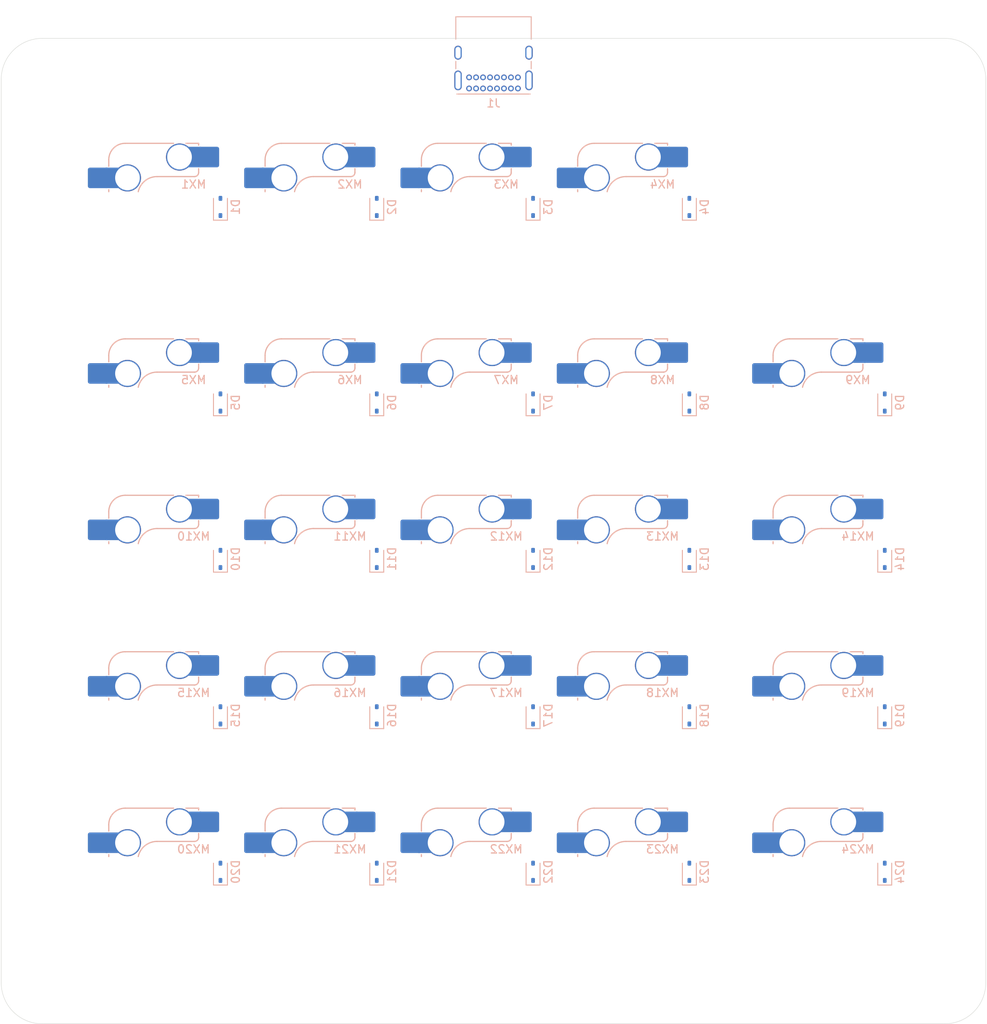
<source format=kicad_pcb>
(kicad_pcb (version 20240108) (generator "pcbnew") (generator_version "8.0")
  (title_block (title "Bandung v1.0.0") (date "2024-06-18") (rev "1") (company "Daigoji"))
  (layers (0 "F.Cu" signal) (31 "B.Cu" signal) (34 "B.Paste" user) (35 "F.Paste" user) (36 "B.SilkS" user "B.Silkscreen") (37 "F.SilkS" user "F.Silkscreen") (38 "B.Mask" user) (39 "F.Mask" user) (44 "Edge.Cuts" user))
  (net 0 "")
  (net 1 "Net-(D1-K)")
  (net 2 "Net-(D1-A)")
  (net 3 "Net-(D2-A)")
  (net 4 "Net-(D3-A)")
  (net 5 "Net-(D4-A)")
  (net 6 "Net-(D5-K)")
  (net 7 "Net-(D5-A)")
  (net 8 "Net-(D6-A)")
  (net 9 "Net-(D7-A)")
  (net 10 "Net-(D8-A)")
  (net 11 "Net-(D9-A)")
  (net 12 "Net-(D10-K)")
  (net 13 "Net-(D10-A)")
  (net 14 "Net-(D11-A)")
  (net 15 "Net-(D12-A)")
  (net 16 "Net-(D13-A)")
  (net 17 "Net-(D14-A)")
  (net 18 "Net-(D15-A)")
  (net 19 "Net-(D15-K)")
  (net 20 "Net-(D16-A)")
  (net 21 "Net-(D17-A)")
  (net 22 "Net-(D18-A)")
  (net 23 "Net-(D19-A)")
  (net 24 "Net-(D20-A)")
  (net 25 "Net-(D20-K)")
  (net 26 "Net-(D21-A)")
  (net 27 "Net-(D22-A)")
  (net 28 "Net-(D23-A)")
  (net 29 "Net-(D24-A)")
  (net 34 "Net-(J1-VBUS-PadA4)")
  (net 35 "Net-(J1-GND-PadA1)")
  (net 41 "Net-(MX1-Pad1)")
  (net 42 "Net-(MX11-Pad1)")
  (net 43 "Net-(MX12-Pad1)")
  (net 44 "Net-(MX13-Pad1)")
  (net 45 "Net-(MX14-Pad1)")
  (footprint "MountingHole:MountingHole_3.2mm_M3" (layer "F.Cu") (at 125.445 130.469625)
    (property "Reference" "H3" (hide yes))
    (property "Value" "MountingHole")
    (pad "" np_thru_hole circle (at 0 0) (size 3.2 3.2) (drill 3.2) (layers "*.Cu" "*.Mask"))
  )
  (footprint "MountingHole:MountingHole_3.2mm_M3" (layer "F.Cu") (at 235.445 20.469625)
    (property "Reference" "H2" (hide yes))
    (property "Value" "MountingHole")
    (pad "" np_thru_hole circle (at 0 0) (size 3.2 3.2) (drill 3.2) (layers "*.Cu" "*.Mask"))
  )
  (footprint "MountingHole:MountingHole_3.2mm_M3" (layer "F.Cu") (at 125.445 20.469625)
    (property "Reference" "H1" (hide yes))
    (property "Value" "MountingHole")
    (pad "" np_thru_hole circle (at 0 0) (size 3.2 3.2) (drill 3.2) (layers "*.Cu" "*.Mask"))
  )
  (footprint "MountingHole:MountingHole_3.2mm_M3" (layer "F.Cu") (at 235.445 130.469625)
    (property "Reference" "H4" (hide yes))
    (property "Value" "MountingHole")
    (pad "" np_thru_hole circle (at 0 0) (size 3.2 3.2) (drill 3.2) (layers "*.Cu" "*.Mask"))
  )
  (footprint "Diode_SMD:D_SOD-323" (layer "B.Cu") (at 204.314625 116.9625 90)
    (property "Reference" "D23" (at 0 1.85 -90) (layer "B.SilkS") (effects (justify mirror)))
    (property "Value" "1N5819WS")
    (pad "1" smd roundrect (at -1.05 0 90) (size 0.6 0.45) (layers "B.Cu" "B.Paste" "B.Mask") (net 25 "Net-(D20-K)"))
    (pad "2" smd roundrect (at 1.05 0 90) (size 0.6 0.45) (layers "B.Cu" "B.Paste" "B.Mask") (net 28 "Net-(D23-A)"))
  )
  (footprint "PCM_marbastlib-mx:SW_MX_HS_CPG151101S11_1u" (layer "B.Cu") (at 220.602125 58.8125 180)
    (property "Reference" "MX9" (at -4.25 1.75 0) (layer "B.SilkS") (effects (justify mirror)))
    (property "Value" "MX_SW_HS")
    (pad "" np_thru_hole circle (at -5.08 0 180) (size 1.75 1.75) (drill 1.75) (layers "*.Cu" "*.Mask"))
    (pad "" np_thru_hole circle (at 0 0 180) (size 3.9878 3.9878) (drill 3.9878) (layers "*.Cu" "*.Mask"))
    (pad "" np_thru_hole circle (at 5.08 0 180) (size 1.75 1.75) (drill 1.75) (layers "*.Cu" "*.Mask"))
    (pad "1" thru_hole circle (at 3.81 2.54 180) (size 3.3 3.3) (drill 3) (layers "*.Cu" "*.Mask") (net 45 "Net-(MX14-Pad1)"))
    (pad "1" smd rect (at 5.635 2.54) (size 1.65 2.5) (layers "B.Cu") (net 45 "Net-(MX14-Pad1)"))
    (pad "1" smd roundrect (at 7.36 2.54 180) (size 2.55 2.5) (layers "B.Cu" "B.Paste" "B.Mask") (roundrect_rratio 0.1) (net 45 "Net-(MX14-Pad1)"))
    (pad "2" smd roundrect (at -6.09 5.08 180) (size 2.55 2.5) (layers "B.Cu" "B.Paste" "B.Mask") (roundrect_rratio 0.1) (net 11 "Net-(D9-A)"))
    (pad "2" smd rect (at -4.34 5.08 180) (size 1.65 2.5) (layers "B.Cu") (net 11 "Net-(D9-A)"))
    (pad "2" thru_hole circle (at -2.54 5.08 180) (size 3.3 3.3) (drill 3) (layers "*.Cu" "*.Mask") (net 11 "Net-(D9-A)"))
  )
  (footprint "Diode_SMD:D_SOD-323" (layer "B.Cu") (at 185.264625 116.9625 90)
    (property "Reference" "D22" (at 0 1.85 -90) (layer "B.SilkS") (effects (justify mirror)))
    (property "Value" "1N5819WS")
    (pad "1" smd roundrect (at -1.05 0 90) (size 0.6 0.45) (layers "B.Cu" "B.Paste" "B.Mask") (net 25 "Net-(D20-K)"))
    (pad "2" smd roundrect (at 1.05 0 90) (size 0.6 0.45) (layers "B.Cu" "B.Paste" "B.Mask") (net 27 "Net-(D22-A)"))
  )
  (footprint "PCM_marbastlib-mx:SW_MX_HS_CPG151101S11_1u" (layer "B.Cu") (at 177.739625 35 180)
    (property "Reference" "MX3" (at -4.25 1.75 0) (layer "B.SilkS") (effects (justify mirror)))
    (property "Value" "MX_SW_HS")
    (pad "" np_thru_hole circle (at -5.08 0 180) (size 1.75 1.75) (drill 1.75) (layers "*.Cu" "*.Mask"))
    (pad "" np_thru_hole circle (at 0 0 180) (size 3.9878 3.9878) (drill 3.9878) (layers "*.Cu" "*.Mask"))
    (pad "" np_thru_hole circle (at 5.08 0 180) (size 1.75 1.75) (drill 1.75) (layers "*.Cu" "*.Mask"))
    (pad "1" thru_hole circle (at 3.81 2.54 180) (size 3.3 3.3) (drill 3) (layers "*.Cu" "*.Mask") (net 43 "Net-(MX12-Pad1)"))
    (pad "1" smd rect (at 5.635 2.54) (size 1.65 2.5) (layers "B.Cu") (net 43 "Net-(MX12-Pad1)"))
    (pad "1" smd roundrect (at 7.36 2.54 180) (size 2.55 2.5) (layers "B.Cu" "B.Paste" "B.Mask") (roundrect_rratio 0.1) (net 43 "Net-(MX12-Pad1)"))
    (pad "2" smd roundrect (at -6.09 5.08 180) (size 2.55 2.5) (layers "B.Cu" "B.Paste" "B.Mask") (roundrect_rratio 0.1) (net 4 "Net-(D3-A)"))
    (pad "2" smd rect (at -4.34 5.08 180) (size 1.65 2.5) (layers "B.Cu") (net 4 "Net-(D3-A)"))
    (pad "2" thru_hole circle (at -2.54 5.08 180) (size 3.3 3.3) (drill 3) (layers "*.Cu" "*.Mask") (net 4 "Net-(D3-A)"))
  )
  (footprint "PCM_marbastlib-mx:SW_MX_HS_CPG151101S11_1u" (layer "B.Cu") (at 220.602125 115.9625 180)
    (property "Reference" "MX24" (at -4.25 1.75 0) (layer "B.SilkS") (effects (justify mirror)))
    (property "Value" "MX_SW_HS")
    (pad "" np_thru_hole circle (at -5.08 0 180) (size 1.75 1.75) (drill 1.75) (layers "*.Cu" "*.Mask"))
    (pad "" np_thru_hole circle (at 0 0 180) (size 3.9878 3.9878) (drill 3.9878) (layers "*.Cu" "*.Mask"))
    (pad "" np_thru_hole circle (at 5.08 0 180) (size 1.75 1.75) (drill 1.75) (layers "*.Cu" "*.Mask"))
    (pad "1" thru_hole circle (at 3.81 2.54 180) (size 3.3 3.3) (drill 3) (layers "*.Cu" "*.Mask") (net 45 "Net-(MX14-Pad1)"))
    (pad "1" smd rect (at 5.635 2.54) (size 1.65 2.5) (layers "B.Cu") (net 45 "Net-(MX14-Pad1)"))
    (pad "1" smd roundrect (at 7.36 2.54 180) (size 2.55 2.5) (layers "B.Cu" "B.Paste" "B.Mask") (roundrect_rratio 0.1) (net 45 "Net-(MX14-Pad1)"))
    (pad "2" smd roundrect (at -6.09 5.08 180) (size 2.55 2.5) (layers "B.Cu" "B.Paste" "B.Mask") (roundrect_rratio 0.1) (net 29 "Net-(D24-A)"))
    (pad "2" smd rect (at -4.34 5.08 180) (size 1.65 2.5) (layers "B.Cu") (net 29 "Net-(D24-A)"))
    (pad "2" thru_hole circle (at -2.54 5.08 180) (size 3.3 3.3) (drill 3) (layers "*.Cu" "*.Mask") (net 29 "Net-(D24-A)"))
  )
  (footprint "PCM_marbastlib-mx:SW_MX_HS_CPG151101S11_1u" (layer "B.Cu") (at 196.789625 96.9125 180)
    (property "Reference" "MX18" (at -4.25 1.75 0) (layer "B.SilkS") (effects (justify mirror)))
    (property "Value" "MX_SW_HS")
    (pad "" np_thru_hole circle (at -5.08 0 180) (size 1.75 1.75) (drill 1.75) (layers "*.Cu" "*.Mask"))
    (pad "" np_thru_hole circle (at 0 0 180) (size 3.9878 3.9878) (drill 3.9878) (layers "*.Cu" "*.Mask"))
    (pad "" np_thru_hole circle (at 5.08 0 180) (size 1.75 1.75) (drill 1.75) (layers "*.Cu" "*.Mask"))
    (pad "1" thru_hole circle (at 3.81 2.54 180) (size 3.3 3.3) (drill 3) (layers "*.Cu" "*.Mask") (net 44 "Net-(MX13-Pad1)"))
    (pad "1" smd rect (at 5.635 2.54) (size 1.65 2.5) (layers "B.Cu") (net 44 "Net-(MX13-Pad1)"))
    (pad "1" smd roundrect (at 7.36 2.54 180) (size 2.55 2.5) (layers "B.Cu" "B.Paste" "B.Mask") (roundrect_rratio 0.1) (net 44 "Net-(MX13-Pad1)"))
    (pad "2" smd roundrect (at -6.09 5.08 180) (size 2.55 2.5) (layers "B.Cu" "B.Paste" "B.Mask") (roundrect_rratio 0.1) (net 22 "Net-(D18-A)"))
    (pad "2" smd rect (at -4.34 5.08 180) (size 1.65 2.5) (layers "B.Cu") (net 22 "Net-(D18-A)"))
    (pad "2" thru_hole circle (at -2.54 5.08 180) (size 3.3 3.3) (drill 3) (layers "*.Cu" "*.Mask") (net 22 "Net-(D18-A)"))
  )
  (footprint "PCM_marbastlib-mx:SW_MX_HS_CPG151101S11_1u" (layer "B.Cu") (at 196.789625 77.8625 180)
    (property "Reference" "MX13" (at -4.25 1.75 0) (layer "B.SilkS") (effects (justify mirror)))
    (property "Value" "MX_SW_HS")
    (pad "" np_thru_hole circle (at -5.08 0 180) (size 1.75 1.75) (drill 1.75) (layers "*.Cu" "*.Mask"))
    (pad "" np_thru_hole circle (at 0 0 180) (size 3.9878 3.9878) (drill 3.9878) (layers "*.Cu" "*.Mask"))
    (pad "" np_thru_hole circle (at 5.08 0 180) (size 1.75 1.75) (drill 1.75) (layers "*.Cu" "*.Mask"))
    (pad "1" thru_hole circle (at 3.81 2.54 180) (size 3.3 3.3) (drill 3) (layers "*.Cu" "*.Mask") (net 44 "Net-(MX13-Pad1)"))
    (pad "1" smd rect (at 5.635 2.54) (size 1.65 2.5) (layers "B.Cu") (net 44 "Net-(MX13-Pad1)"))
    (pad "1" smd roundrect (at 7.36 2.54 180) (size 2.55 2.5) (layers "B.Cu" "B.Paste" "B.Mask") (roundrect_rratio 0.1) (net 44 "Net-(MX13-Pad1)"))
    (pad "2" smd roundrect (at -6.09 5.08 180) (size 2.55 2.5) (layers "B.Cu" "B.Paste" "B.Mask") (roundrect_rratio 0.1) (net 16 "Net-(D13-A)"))
    (pad "2" smd rect (at -4.34 5.08 180) (size 1.65 2.5) (layers "B.Cu") (net 16 "Net-(D13-A)"))
    (pad "2" thru_hole circle (at -2.54 5.08 180) (size 3.3 3.3) (drill 3) (layers "*.Cu" "*.Mask") (net 16 "Net-(D13-A)"))
  )
  (footprint "PCM_marbastlib-mx:SW_MX_HS_CPG151101S11_1u" (layer "B.Cu") (at 177.739625 77.8625 180)
    (property "Reference" "MX12" (at -4.25 1.75 0) (layer "B.SilkS") (effects (justify mirror)))
    (property "Value" "MX_SW_HS")
    (pad "" np_thru_hole circle (at -5.08 0 180) (size 1.75 1.75) (drill 1.75) (layers "*.Cu" "*.Mask"))
    (pad "" np_thru_hole circle (at 0 0 180) (size 3.9878 3.9878) (drill 3.9878) (layers "*.Cu" "*.Mask"))
    (pad "" np_thru_hole circle (at 5.08 0 180) (size 1.75 1.75) (drill 1.75) (layers "*.Cu" "*.Mask"))
    (pad "1" thru_hole circle (at 3.81 2.54 180) (size 3.3 3.3) (drill 3) (layers "*.Cu" "*.Mask") (net 43 "Net-(MX12-Pad1)"))
    (pad "1" smd rect (at 5.635 2.54) (size 1.65 2.5) (layers "B.Cu") (net 43 "Net-(MX12-Pad1)"))
    (pad "1" smd roundrect (at 7.36 2.54 180) (size 2.55 2.5) (layers "B.Cu" "B.Paste" "B.Mask") (roundrect_rratio 0.1) (net 43 "Net-(MX12-Pad1)"))
    (pad "2" smd roundrect (at -6.09 5.08 180) (size 2.55 2.5) (layers "B.Cu" "B.Paste" "B.Mask") (roundrect_rratio 0.1) (net 15 "Net-(D12-A)"))
    (pad "2" smd rect (at -4.34 5.08 180) (size 1.65 2.5) (layers "B.Cu") (net 15 "Net-(D12-A)"))
    (pad "2" thru_hole circle (at -2.54 5.08 180) (size 3.3 3.3) (drill 3) (layers "*.Cu" "*.Mask") (net 15 "Net-(D12-A)"))
  )
  (footprint "PCM_marbastlib-mx:SW_MX_HS_CPG151101S11_1u" (layer "B.Cu") (at 139.639625 58.8125 180)
    (property "Reference" "MX5" (at -4.25 1.75 0) (layer "B.SilkS") (effects (justify mirror)))
    (property "Value" "MX_SW_HS")
    (pad "" np_thru_hole circle (at -5.08 0 180) (size 1.75 1.75) (drill 1.75) (layers "*.Cu" "*.Mask"))
    (pad "" np_thru_hole circle (at 0 0 180) (size 3.9878 3.9878) (drill 3.9878) (layers "*.Cu" "*.Mask"))
    (pad "" np_thru_hole circle (at 5.08 0 180) (size 1.75 1.75) (drill 1.75) (layers "*.Cu" "*.Mask"))
    (pad "1" thru_hole circle (at 3.81 2.54 180) (size 3.3 3.3) (drill 3) (layers "*.Cu" "*.Mask") (net 41 "Net-(MX1-Pad1)"))
    (pad "1" smd rect (at 5.635 2.54) (size 1.65 2.5) (layers "B.Cu") (net 41 "Net-(MX1-Pad1)"))
    (pad "1" smd roundrect (at 7.36 2.54 180) (size 2.55 2.5) (layers "B.Cu" "B.Paste" "B.Mask") (roundrect_rratio 0.1) (net 41 "Net-(MX1-Pad1)"))
    (pad "2" smd roundrect (at -6.09 5.08 180) (size 2.55 2.5) (layers "B.Cu" "B.Paste" "B.Mask") (roundrect_rratio 0.1) (net 7 "Net-(D5-A)"))
    (pad "2" smd rect (at -4.34 5.08 180) (size 1.65 2.5) (layers "B.Cu") (net 7 "Net-(D5-A)"))
    (pad "2" thru_hole circle (at -2.54 5.08 180) (size 3.3 3.3) (drill 3) (layers "*.Cu" "*.Mask") (net 7 "Net-(D5-A)"))
  )
  (footprint "PCM_marbastlib-mx:SW_MX_HS_CPG151101S11_1u" (layer "B.Cu") (at 158.689625 77.8625 180)
    (property "Reference" "MX11" (at -4.25 1.75 0) (layer "B.SilkS") (effects (justify mirror)))
    (property "Value" "MX_SW_HS")
    (pad "" np_thru_hole circle (at -5.08 0 180) (size 1.75 1.75) (drill 1.75) (layers "*.Cu" "*.Mask"))
    (pad "" np_thru_hole circle (at 0 0 180) (size 3.9878 3.9878) (drill 3.9878) (layers "*.Cu" "*.Mask"))
    (pad "" np_thru_hole circle (at 5.08 0 180) (size 1.75 1.75) (drill 1.75) (layers "*.Cu" "*.Mask"))
    (pad "1" thru_hole circle (at 3.81 2.54 180) (size 3.3 3.3) (drill 3) (layers "*.Cu" "*.Mask") (net 42 "Net-(MX11-Pad1)"))
    (pad "1" smd rect (at 5.635 2.54) (size 1.65 2.5) (layers "B.Cu") (net 42 "Net-(MX11-Pad1)"))
    (pad "1" smd roundrect (at 7.36 2.54 180) (size 2.55 2.5) (layers "B.Cu" "B.Paste" "B.Mask") (roundrect_rratio 0.1) (net 42 "Net-(MX11-Pad1)"))
    (pad "2" smd roundrect (at -6.09 5.08 180) (size 2.55 2.5) (layers "B.Cu" "B.Paste" "B.Mask") (roundrect_rratio 0.1) (net 14 "Net-(D11-A)"))
    (pad "2" smd rect (at -4.34 5.08 180) (size 1.65 2.5) (layers "B.Cu") (net 14 "Net-(D11-A)"))
    (pad "2" thru_hole circle (at -2.54 5.08 180) (size 3.3 3.3) (drill 3) (layers "*.Cu" "*.Mask") (net 14 "Net-(D11-A)"))
  )
  (footprint "PCM_marbastlib-mx:SW_MX_HS_CPG151101S11_1u" (layer "B.Cu") (at 177.739625 115.9625 180)
    (property "Reference" "MX22" (at -4.25 1.75 0) (layer "B.SilkS") (effects (justify mirror)))
    (property "Value" "MX_SW_HS")
    (pad "" np_thru_hole circle (at -5.08 0 180) (size 1.75 1.75) (drill 1.75) (layers "*.Cu" "*.Mask"))
    (pad "" np_thru_hole circle (at 0 0 180) (size 3.9878 3.9878) (drill 3.9878) (layers "*.Cu" "*.Mask"))
    (pad "" np_thru_hole circle (at 5.08 0 180) (size 1.75 1.75) (drill 1.75) (layers "*.Cu" "*.Mask"))
    (pad "1" thru_hole circle (at 3.81 2.54 180) (size 3.3 3.3) (drill 3) (layers "*.Cu" "*.Mask") (net 43 "Net-(MX12-Pad1)"))
    (pad "1" smd rect (at 5.635 2.54) (size 1.65 2.5) (layers "B.Cu") (net 43 "Net-(MX12-Pad1)"))
    (pad "1" smd roundrect (at 7.36 2.54 180) (size 2.55 2.5) (layers "B.Cu" "B.Paste" "B.Mask") (roundrect_rratio 0.1) (net 43 "Net-(MX12-Pad1)"))
    (pad "2" smd roundrect (at -6.09 5.08 180) (size 2.55 2.5) (layers "B.Cu" "B.Paste" "B.Mask") (roundrect_rratio 0.1) (net 27 "Net-(D22-A)"))
    (pad "2" smd rect (at -4.34 5.08 180) (size 1.65 2.5) (layers "B.Cu") (net 27 "Net-(D22-A)"))
    (pad "2" thru_hole circle (at -2.54 5.08 180) (size 3.3 3.3) (drill 3) (layers "*.Cu" "*.Mask") (net 27 "Net-(D22-A)"))
  )
  (footprint "Diode_SMD:D_SOD-323" (layer "B.Cu") (at 185.264625 97.9125 90)
    (property "Reference" "D17" (at 0 1.85 -90) (layer "B.SilkS") (effects (justify mirror)))
    (property "Value" "1N5819WS")
    (pad "1" smd roundrect (at -1.05 0 90) (size 0.6 0.45) (layers "B.Cu" "B.Paste" "B.Mask") (net 19 "Net-(D15-K)"))
    (pad "2" smd roundrect (at 1.05 0 90) (size 0.6 0.45) (layers "B.Cu" "B.Paste" "B.Mask") (net 21 "Net-(D17-A)"))
  )
  (footprint "Diode_SMD:D_SOD-323" (layer "B.Cu") (at 166.214625 36 90)
    (property "Reference" "D2" (at 0 1.85 -90) (layer "B.SilkS") (effects (justify mirror)))
    (property "Value" "1N5819WS")
    (pad "1" smd roundrect (at -1.05 0 90) (size 0.6 0.45) (layers "B.Cu" "B.Paste" "B.Mask") (net 1 "Net-(D1-K)"))
    (pad "2" smd roundrect (at 1.05 0 90) (size 0.6 0.45) (layers "B.Cu" "B.Paste" "B.Mask") (net 3 "Net-(D2-A)"))
  )
  (footprint "Diode_SMD:D_SOD-323" (layer "B.Cu") (at 147.164625 97.9125 90)
    (property "Reference" "D15" (at 0 1.85 -90) (layer "B.SilkS") (effects (justify mirror)))
    (property "Value" "1N5819WS")
    (pad "1" smd roundrect (at -1.05 0 90) (size 0.6 0.45) (layers "B.Cu" "B.Paste" "B.Mask") (net 19 "Net-(D15-K)"))
    (pad "2" smd roundrect (at 1.05 0 90) (size 0.6 0.45) (layers "B.Cu" "B.Paste" "B.Mask") (net 18 "Net-(D15-A)"))
  )
  (footprint "PCM_marbastlib-mx:SW_MX_HS_CPG151101S11_1u" (layer "B.Cu") (at 177.739625 58.8125 180)
    (property "Reference" "MX7" (at -4.25 1.75 0) (layer "B.SilkS") (effects (justify mirror)))
    (property "Value" "MX_SW_HS")
    (pad "" np_thru_hole circle (at -5.08 0 180) (size 1.75 1.75) (drill 1.75) (layers "*.Cu" "*.Mask"))
    (pad "" np_thru_hole circle (at 0 0 180) (size 3.9878 3.9878) (drill 3.9878) (layers "*.Cu" "*.Mask"))
    (pad "" np_thru_hole circle (at 5.08 0 180) (size 1.75 1.75) (drill 1.75) (layers "*.Cu" "*.Mask"))
    (pad "1" thru_hole circle (at 3.81 2.54 180) (size 3.3 3.3) (drill 3) (layers "*.Cu" "*.Mask") (net 43 "Net-(MX12-Pad1)"))
    (pad "1" smd rect (at 5.635 2.54) (size 1.65 2.5) (layers "B.Cu") (net 43 "Net-(MX12-Pad1)"))
    (pad "1" smd roundrect (at 7.36 2.54 180) (size 2.55 2.5) (layers "B.Cu" "B.Paste" "B.Mask") (roundrect_rratio 0.1) (net 43 "Net-(MX12-Pad1)"))
    (pad "2" smd roundrect (at -6.09 5.08 180) (size 2.55 2.5) (layers "B.Cu" "B.Paste" "B.Mask") (roundrect_rratio 0.1) (net 9 "Net-(D7-A)"))
    (pad "2" smd rect (at -4.34 5.08 180) (size 1.65 2.5) (layers "B.Cu") (net 9 "Net-(D7-A)"))
    (pad "2" thru_hole circle (at -2.54 5.08 180) (size 3.3 3.3) (drill 3) (layers "*.Cu" "*.Mask") (net 9 "Net-(D7-A)"))
  )
  (footprint "PCM_marbastlib-mx:SW_MX_HS_CPG151101S11_1u" (layer "B.Cu") (at 139.639625 77.8625 180)
    (property "Reference" "MX10" (at -4.25 1.75 0) (layer "B.SilkS") (effects (justify mirror)))
    (property "Value" "MX_SW_HS")
    (pad "" np_thru_hole circle (at -5.08 0 180) (size 1.75 1.75) (drill 1.75) (layers "*.Cu" "*.Mask"))
    (pad "" np_thru_hole circle (at 0 0 180) (size 3.9878 3.9878) (drill 3.9878) (layers "*.Cu" "*.Mask"))
    (pad "" np_thru_hole circle (at 5.08 0 180) (size 1.75 1.75) (drill 1.75) (layers "*.Cu" "*.Mask"))
    (pad "1" thru_hole circle (at 3.81 2.54 180) (size 3.3 3.3) (drill 3) (layers "*.Cu" "*.Mask") (net 41 "Net-(MX1-Pad1)"))
    (pad "1" smd rect (at 5.635 2.54) (size 1.65 2.5) (layers "B.Cu") (net 41 "Net-(MX1-Pad1)"))
    (pad "1" smd roundrect (at 7.36 2.54 180) (size 2.55 2.5) (layers "B.Cu" "B.Paste" "B.Mask") (roundrect_rratio 0.1) (net 41 "Net-(MX1-Pad1)"))
    (pad "2" smd roundrect (at -6.09 5.08 180) (size 2.55 2.5) (layers "B.Cu" "B.Paste" "B.Mask") (roundrect_rratio 0.1) (net 13 "Net-(D10-A)"))
    (pad "2" smd rect (at -4.34 5.08 180) (size 1.65 2.5) (layers "B.Cu") (net 13 "Net-(D10-A)"))
    (pad "2" thru_hole circle (at -2.54 5.08 180) (size 3.3 3.3) (drill 3) (layers "*.Cu" "*.Mask") (net 13 "Net-(D10-A)"))
  )
  (footprint "Diode_SMD:D_SOD-323" (layer "B.Cu") (at 147.164625 59.8125 90)
    (property "Reference" "D5" (at 0 1.85 -90) (layer "B.SilkS") (effects (justify mirror)))
    (property "Value" "1N5819WS")
    (pad "1" smd roundrect (at -1.05 0 90) (size 0.6 0.45) (layers "B.Cu" "B.Paste" "B.Mask") (net 6 "Net-(D5-K)"))
    (pad "2" smd roundrect (at 1.05 0 90) (size 0.6 0.45) (layers "B.Cu" "B.Paste" "B.Mask") (net 7 "Net-(D5-A)"))
  )
  (footprint "PCM_marbastlib-mx:SW_MX_HS_CPG151101S11_1u" (layer "B.Cu") (at 158.689625 35 180)
    (property "Reference" "MX2" (at -4.25 1.75 0) (layer "B.SilkS") (effects (justify mirror)))
    (property "Value" "MX_SW_HS")
    (pad "" np_thru_hole circle (at -5.08 0 180) (size 1.75 1.75) (drill 1.75) (layers "*.Cu" "*.Mask"))
    (pad "" np_thru_hole circle (at 0 0 180) (size 3.9878 3.9878) (drill 3.9878) (layers "*.Cu" "*.Mask"))
    (pad "" np_thru_hole circle (at 5.08 0 180) (size 1.75 1.75) (drill 1.75) (layers "*.Cu" "*.Mask"))
    (pad "1" thru_hole circle (at 3.81 2.54 180) (size 3.3 3.3) (drill 3) (layers "*.Cu" "*.Mask") (net 42 "Net-(MX11-Pad1)"))
    (pad "1" smd rect (at 5.635 2.54) (size 1.65 2.5) (layers "B.Cu") (net 42 "Net-(MX11-Pad1)"))
    (pad "1" smd roundrect (at 7.36 2.54 180) (size 2.55 2.5) (layers "B.Cu" "B.Paste" "B.Mask") (roundrect_rratio 0.1) (net 42 "Net-(MX11-Pad1)"))
    (pad "2" smd roundrect (at -6.09 5.08 180) (size 2.55 2.5) (layers "B.Cu" "B.Paste" "B.Mask") (roundrect_rratio 0.1) (net 3 "Net-(D2-A)"))
    (pad "2" smd rect (at -4.34 5.08 180) (size 1.65 2.5) (layers "B.Cu") (net 3 "Net-(D2-A)"))
    (pad "2" thru_hole circle (at -2.54 5.08 180) (size 3.3 3.3) (drill 3) (layers "*.Cu" "*.Mask") (net 3 "Net-(D2-A)"))
  )
  (footprint "Diode_SMD:D_SOD-323" (layer "B.Cu") (at 147.164625 78.8625 90)
    (property "Reference" "D10" (at 0 1.85 -90) (layer "B.SilkS") (effects (justify mirror)))
    (property "Value" "1N5819WS")
    (pad "1" smd roundrect (at -1.05 0 90) (size 0.6 0.45) (layers "B.Cu" "B.Paste" "B.Mask") (net 12 "Net-(D10-K)"))
    (pad "2" smd roundrect (at 1.05 0 90) (size 0.6 0.45) (layers "B.Cu" "B.Paste" "B.Mask") (net 13 "Net-(D10-A)"))
  )
  (footprint "Diode_SMD:D_SOD-323" (layer "B.Cu") (at 204.314625 97.9125 90)
    (property "Reference" "D18" (at 0 1.85 -90) (layer "B.SilkS") (effects (justify mirror)))
    (property "Value" "1N5819WS")
    (pad "1" smd roundrect (at -1.05 0 90) (size 0.6 0.45) (layers "B.Cu" "B.Paste" "B.Mask") (net 19 "Net-(D15-K)"))
    (pad "2" smd roundrect (at 1.05 0 90) (size 0.6 0.45) (layers "B.Cu" "B.Paste" "B.Mask") (net 22 "Net-(D18-A)"))
  )
  (footprint "Diode_SMD:D_SOD-323" (layer "B.Cu") (at 166.214625 59.8125 90)
    (property "Reference" "D6" (at 0 1.85 -90) (layer "B.SilkS") (effects (justify mirror)))
    (property "Value" "1N5819WS")
    (pad "1" smd roundrect (at -1.05 0 90) (size 0.6 0.45) (layers "B.Cu" "B.Paste" "B.Mask") (net 6 "Net-(D5-K)"))
    (pad "2" smd roundrect (at 1.05 0 90) (size 0.6 0.45) (layers "B.Cu" "B.Paste" "B.Mask") (net 8 "Net-(D6-A)"))
  )
  (footprint "Diode_SMD:D_SOD-323" (layer "B.Cu") (at 185.264625 78.8625 90)
    (property "Reference" "D12" (at 0 1.85 -90) (layer "B.SilkS") (effects (justify mirror)))
    (property "Value" "1N5819WS")
    (pad "1" smd roundrect (at -1.05 0 90) (size 0.6 0.45) (layers "B.Cu" "B.Paste" "B.Mask") (net 12 "Net-(D10-K)"))
    (pad "2" smd roundrect (at 1.05 0 90) (size 0.6 0.45) (layers "B.Cu" "B.Paste" "B.Mask") (net 15 "Net-(D12-A)"))
  )
  (footprint "PCM_marbastlib-mx:SW_MX_HS_CPG151101S11_1u" (layer "B.Cu") (at 158.689625 58.8125 180)
    (property "Reference" "MX6" (at -4.25 1.75 0) (layer "B.SilkS") (effects (justify mirror)))
    (property "Value" "MX_SW_HS")
    (pad "" np_thru_hole circle (at -5.08 0 180) (size 1.75 1.75) (drill 1.75) (layers "*.Cu" "*.Mask"))
    (pad "" np_thru_hole circle (at 0 0 180) (size 3.9878 3.9878) (drill 3.9878) (layers "*.Cu" "*.Mask"))
    (pad "" np_thru_hole circle (at 5.08 0 180) (size 1.75 1.75) (drill 1.75) (layers "*.Cu" "*.Mask"))
    (pad "1" thru_hole circle (at 3.81 2.54 180) (size 3.3 3.3) (drill 3) (layers "*.Cu" "*.Mask") (net 42 "Net-(MX11-Pad1)"))
    (pad "1" smd rect (at 5.635 2.54) (size 1.65 2.5) (layers "B.Cu") (net 42 "Net-(MX11-Pad1)"))
    (pad "1" smd roundrect (at 7.36 2.54 180) (size 2.55 2.5) (layers "B.Cu" "B.Paste" "B.Mask") (roundrect_rratio 0.1) (net 42 "Net-(MX11-Pad1)"))
    (pad "2" smd roundrect (at -6.09 5.08 180) (size 2.55 2.5) (layers "B.Cu" "B.Paste" "B.Mask") (roundrect_rratio 0.1) (net 8 "Net-(D6-A)"))
    (pad "2" smd rect (at -4.34 5.08 180) (size 1.65 2.5) (layers "B.Cu") (net 8 "Net-(D6-A)"))
    (pad "2" thru_hole circle (at -2.54 5.08 180) (size 3.3 3.3) (drill 3) (layers "*.Cu" "*.Mask") (net 8 "Net-(D6-A)"))
  )
  (footprint "Diode_SMD:D_SOD-323" (layer "B.Cu") (at 204.314625 59.8125 90)
    (property "Reference" "D8" (at 0 1.85 -90) (layer "B.SilkS") (effects (justify mirror)))
    (property "Value" "1N5819WS")
    (pad "1" smd roundrect (at -1.05 0 90) (size 0.6 0.45) (layers "B.Cu" "B.Paste" "B.Mask") (net 6 "Net-(D5-K)"))
    (pad "2" smd roundrect (at 1.05 0 90) (size 0.6 0.45) (layers "B.Cu" "B.Paste" "B.Mask") (net 10 "Net-(D8-A)"))
  )
  (footprint "Diode_SMD:D_SOD-323" (layer "B.Cu") (at 166.214625 116.9625 90)
    (property "Reference" "D21" (at 0 1.85 -90) (layer "B.SilkS") (effects (justify mirror)))
    (property "Value" "1N5819WS")
    (pad "1" smd roundrect (at -1.05 0 90) (size 0.6 0.45) (layers "B.Cu" "B.Paste" "B.Mask") (net 25 "Net-(D20-K)"))
    (pad "2" smd roundrect (at 1.05 0 90) (size 0.6 0.45) (layers "B.Cu" "B.Paste" "B.Mask") (net 26 "Net-(D21-A)"))
  )
  (footprint "Diode_SMD:D_SOD-323" (layer "B.Cu") (at 228.127125 59.8125 90)
    (property "Reference" "D9" (at 0 1.85 -90) (layer "B.SilkS") (effects (justify mirror)))
    (property "Value" "1N5819WS")
    (pad "1" smd roundrect (at -1.05 0 90) (size 0.6 0.45) (layers "B.Cu" "B.Paste" "B.Mask") (net 6 "Net-(D5-K)"))
    (pad "2" smd roundrect (at 1.05 0 90) (size 0.6 0.45) (layers "B.Cu" "B.Paste" "B.Mask") (net 11 "Net-(D9-A)"))
  )
  (footprint "Diode_SMD:D_SOD-323" (layer "B.Cu") (at 166.214625 78.8625 90)
    (property "Reference" "D11" (at 0 1.85 -90) (layer "B.SilkS") (effects (justify mirror)))
    (property "Value" "1N5819WS")
    (pad "1" smd roundrect (at -1.05 0 90) (size 0.6 0.45) (layers "B.Cu" "B.Paste" "B.Mask") (net 12 "Net-(D10-K)"))
    (pad "2" smd roundrect (at 1.05 0 90) (size 0.6 0.45) (layers "B.Cu" "B.Paste" "B.Mask") (net 14 "Net-(D11-A)"))
  )
  (footprint "PCM_marbastlib-mx:SW_MX_HS_CPG151101S11_1u" (layer "B.Cu") (at 139.639625 35 180)
    (property "Reference" "MX1" (at -4.25 1.75 0) (layer "B.SilkS") (effects (justify mirror)))
    (property "Value" "MX_SW_HS")
    (pad "" np_thru_hole circle (at -5.08 0 180) (size 1.75 1.75) (drill 1.75) (layers "*.Cu" "*.Mask"))
    (pad "" np_thru_hole circle (at 0 0 180) (size 3.9878 3.9878) (drill 3.9878) (layers "*.Cu" "*.Mask"))
    (pad "" np_thru_hole circle (at 5.08 0 180) (size 1.75 1.75) (drill 1.75) (layers "*.Cu" "*.Mask"))
    (pad "1" thru_hole circle (at 3.81 2.54 180) (size 3.3 3.3) (drill 3) (layers "*.Cu" "*.Mask") (net 41 "Net-(MX1-Pad1)"))
    (pad "1" smd rect (at 5.635 2.54) (size 1.65 2.5) (layers "B.Cu") (net 41 "Net-(MX1-Pad1)"))
    (pad "1" smd roundrect (at 7.36 2.54 180) (size 2.55 2.5) (layers "B.Cu" "B.Paste" "B.Mask") (roundrect_rratio 0.1) (net 41 "Net-(MX1-Pad1)"))
    (pad "2" smd roundrect (at -6.09 5.08 180) (size 2.55 2.5) (layers "B.Cu" "B.Paste" "B.Mask") (roundrect_rratio 0.1) (net 2 "Net-(D1-A)"))
    (pad "2" smd rect (at -4.34 5.08 180) (size 1.65 2.5) (layers "B.Cu") (net 2 "Net-(D1-A)"))
    (pad "2" thru_hole circle (at -2.54 5.08 180) (size 3.3 3.3) (drill 3) (layers "*.Cu" "*.Mask") (net 2 "Net-(D1-A)"))
  )
  (footprint "Diode_SMD:D_SOD-323" (layer "B.Cu") (at 166.214625 97.9125 90)
    (property "Reference" "D16" (at 0 1.85 -90) (layer "B.SilkS") (effects (justify mirror)))
    (property "Value" "1N5819WS")
    (pad "1" smd roundrect (at -1.05 0 90) (size 0.6 0.45) (layers "B.Cu" "B.Paste" "B.Mask") (net 19 "Net-(D15-K)"))
    (pad "2" smd roundrect (at 1.05 0 90) (size 0.6 0.45) (layers "B.Cu" "B.Paste" "B.Mask") (net 20 "Net-(D16-A)"))
  )
  (footprint "PCM_marbastlib-mx:SW_MX_HS_CPG151101S11_1u" (layer "B.Cu") (at 220.602125 77.8625 180)
    (property "Reference" "MX14" (at -4.25 1.75 0) (layer "B.SilkS") (effects (justify mirror)))
    (property "Value" "MX_SW_HS")
    (pad "" np_thru_hole circle (at -5.08 0 180) (size 1.75 1.75) (drill 1.75) (layers "*.Cu" "*.Mask"))
    (pad "" np_thru_hole circle (at 0 0 180) (size 3.9878 3.9878) (drill 3.9878) (layers "*.Cu" "*.Mask"))
    (pad "" np_thru_hole circle (at 5.08 0 180) (size 1.75 1.75) (drill 1.75) (layers "*.Cu" "*.Mask"))
    (pad "1" thru_hole circle (at 3.81 2.54 180) (size 3.3 3.3) (drill 3) (layers "*.Cu" "*.Mask") (net 45 "Net-(MX14-Pad1)"))
    (pad "1" smd rect (at 5.635 2.54) (size 1.65 2.5) (layers "B.Cu") (net 45 "Net-(MX14-Pad1)"))
    (pad "1" smd roundrect (at 7.36 2.54 180) (size 2.55 2.5) (layers "B.Cu" "B.Paste" "B.Mask") (roundrect_rratio 0.1) (net 45 "Net-(MX14-Pad1)"))
    (pad "2" smd roundrect (at -6.09 5.08 180) (size 2.55 2.5) (layers "B.Cu" "B.Paste" "B.Mask") (roundrect_rratio 0.1) (net 17 "Net-(D14-A)"))
    (pad "2" smd rect (at -4.34 5.08 180) (size 1.65 2.5) (layers "B.Cu") (net 17 "Net-(D14-A)"))
    (pad "2" thru_hole circle (at -2.54 5.08 180) (size 3.3 3.3) (drill 3) (layers "*.Cu" "*.Mask") (net 17 "Net-(D14-A)"))
  )
  (footprint "Diode_SMD:D_SOD-323" (layer "B.Cu") (at 204.314625 36 90)
    (property "Reference" "D4" (at 0 1.85 -90) (layer "B.SilkS") (effects (justify mirror)))
    (property "Value" "1N5819WS")
    (pad "1" smd roundrect (at -1.05 0 90) (size 0.6 0.45) (layers "B.Cu" "B.Paste" "B.Mask") (net 1 "Net-(D1-K)"))
    (pad "2" smd roundrect (at 1.05 0 90) (size 0.6 0.45) (layers "B.Cu" "B.Paste" "B.Mask") (net 5 "Net-(D4-A)"))
  )
  (footprint "Diode_SMD:D_SOD-323" (layer "B.Cu") (at 228.127125 116.9625 90)
    (property "Reference" "D24" (at 0 1.85 -90) (layer "B.SilkS") (effects (justify mirror)))
    (property "Value" "1N5819WS")
    (pad "1" smd roundrect (at -1.05 0 90) (size 0.6 0.45) (layers "B.Cu" "B.Paste" "B.Mask") (net 25 "Net-(D20-K)"))
    (pad "2" smd roundrect (at 1.05 0 90) (size 0.6 0.45) (layers "B.Cu" "B.Paste" "B.Mask") (net 29 "Net-(D24-A)"))
  )
  (footprint "PCM_marbastlib-mx:SW_MX_HS_CPG151101S11_1u" (layer "B.Cu") (at 139.639625 96.9125 180)
    (property "Reference" "MX15" (at -4.25 1.75 0) (layer "B.SilkS") (effects (justify mirror)))
    (property "Value" "MX_SW_HS")
    (pad "" np_thru_hole circle (at -5.08 0 180) (size 1.75 1.75) (drill 1.75) (layers "*.Cu" "*.Mask"))
    (pad "" np_thru_hole circle (at 0 0 180) (size 3.9878 3.9878) (drill 3.9878) (layers "*.Cu" "*.Mask"))
    (pad "" np_thru_hole circle (at 5.08 0 180) (size 1.75 1.75) (drill 1.75) (layers "*.Cu" "*.Mask"))
    (pad "1" thru_hole circle (at 3.81 2.54 180) (size 3.3 3.3) (drill 3) (layers "*.Cu" "*.Mask") (net 41 "Net-(MX1-Pad1)"))
    (pad "1" smd rect (at 5.635 2.54) (size 1.65 2.5) (layers "B.Cu") (net 41 "Net-(MX1-Pad1)"))
    (pad "1" smd roundrect (at 7.36 2.54 180) (size 2.55 2.5) (layers "B.Cu" "B.Paste" "B.Mask") (roundrect_rratio 0.1) (net 41 "Net-(MX1-Pad1)"))
    (pad "2" smd roundrect (at -6.09 5.08 180) (size 2.55 2.5) (layers "B.Cu" "B.Paste" "B.Mask") (roundrect_rratio 0.1) (net 18 "Net-(D15-A)"))
    (pad "2" smd rect (at -4.34 5.08 180) (size 1.65 2.5) (layers "B.Cu") (net 18 "Net-(D15-A)"))
    (pad "2" thru_hole circle (at -2.54 5.08 180) (size 3.3 3.3) (drill 3) (layers "*.Cu" "*.Mask") (net 18 "Net-(D15-A)"))
  )
  (footprint "Diode_SMD:D_SOD-323" (layer "B.Cu") (at 228.127125 97.9125 90)
    (property "Reference" "D19" (at 0 1.85 -90) (layer "B.SilkS") (effects (justify mirror)))
    (property "Value" "1N5819WS")
    (pad "1" smd roundrect (at -1.05 0 90) (size 0.6 0.45) (layers "B.Cu" "B.Paste" "B.Mask") (net 19 "Net-(D15-K)"))
    (pad "2" smd roundrect (at 1.05 0 90) (size 0.6 0.45) (layers "B.Cu" "B.Paste" "B.Mask") (net 23 "Net-(D19-A)"))
  )
  (footprint "PCM_marbastlib-mx:SW_MX_HS_CPG151101S11_1u" (layer "B.Cu") (at 196.789625 35 180)
    (property "Reference" "MX4" (at -4.25 1.75 0) (layer "B.SilkS") (effects (justify mirror)))
    (property "Value" "MX_SW_HS")
    (pad "" np_thru_hole circle (at -5.08 0 180) (size 1.75 1.75) (drill 1.75) (layers "*.Cu" "*.Mask"))
    (pad "" np_thru_hole circle (at 0 0 180) (size 3.9878 3.9878) (drill 3.9878) (layers "*.Cu" "*.Mask"))
    (pad "" np_thru_hole circle (at 5.08 0 180) (size 1.75 1.75) (drill 1.75) (layers "*.Cu" "*.Mask"))
    (pad "1" thru_hole circle (at 3.81 2.54 180) (size 3.3 3.3) (drill 3) (layers "*.Cu" "*.Mask") (net 44 "Net-(MX13-Pad1)"))
    (pad "1" smd rect (at 5.635 2.54) (size 1.65 2.5) (layers "B.Cu") (net 44 "Net-(MX13-Pad1)"))
    (pad "1" smd roundrect (at 7.36 2.54 180) (size 2.55 2.5) (layers "B.Cu" "B.Paste" "B.Mask") (roundrect_rratio 0.1) (net 44 "Net-(MX13-Pad1)"))
    (pad "2" smd roundrect (at -6.09 5.08 180) (size 2.55 2.5) (layers "B.Cu" "B.Paste" "B.Mask") (roundrect_rratio 0.1) (net 5 "Net-(D4-A)"))
    (pad "2" smd rect (at -4.34 5.08 180) (size 1.65 2.5) (layers "B.Cu") (net 5 "Net-(D4-A)"))
    (pad "2" thru_hole circle (at -2.54 5.08 180) (size 3.3 3.3) (drill 3) (layers "*.Cu" "*.Mask") (net 5 "Net-(D4-A)"))
  )
  (footprint "PCM_marbastlib-mx:SW_MX_HS_CPG151101S11_1u" (layer "B.Cu") (at 220.602125 96.9125 180)
    (property "Reference" "MX19" (at -4.25 1.75 0) (layer "B.SilkS") (effects (justify mirror)))
    (property "Value" "MX_SW_HS")
    (pad "" np_thru_hole circle (at -5.08 0 180) (size 1.75 1.75) (drill 1.75) (layers "*.Cu" "*.Mask"))
    (pad "" np_thru_hole circle (at 0 0 180) (size 3.9878 3.9878) (drill 3.9878) (layers "*.Cu" "*.Mask"))
    (pad "" np_thru_hole circle (at 5.08 0 180) (size 1.75 1.75) (drill 1.75) (layers "*.Cu" "*.Mask"))
    (pad "1" thru_hole circle (at 3.81 2.54 180) (size 3.3 3.3) (drill 3) (layers "*.Cu" "*.Mask") (net 45 "Net-(MX14-Pad1)"))
    (pad "1" smd rect (at 5.635 2.54) (size 1.65 2.5) (layers "B.Cu") (net 45 "Net-(MX14-Pad1)"))
    (pad "1" smd roundrect (at 7.36 2.54 180) (size 2.55 2.5) (layers "B.Cu" "B.Paste" "B.Mask") (roundrect_rratio 0.1) (net 45 "Net-(MX14-Pad1)"))
    (pad "2" smd roundrect (at -6.09 5.08 180) (size 2.55 2.5) (layers "B.Cu" "B.Paste" "B.Mask") (roundrect_rratio 0.1) (net 23 "Net-(D19-A)"))
    (pad "2" smd rect (at -4.34 5.08 180) (size 1.65 2.5) (layers "B.Cu") (net 23 "Net-(D19-A)"))
    (pad "2" thru_hole circle (at -2.54 5.08 180) (size 3.3 3.3) (drill 3) (layers "*.Cu" "*.Mask") (net 23 "Net-(D19-A)"))
  )
  (footprint "Diode_SMD:D_SOD-323" (layer "B.Cu") (at 147.164625 36 90)
    (property "Reference" "D1" (at 0 1.85 90) (layer "B.SilkS") (effects (justify mirror)))
    (property "Value" "1N5819WS")
    (pad "1" smd roundrect (at -1.05 0 90) (size 0.6 0.45) (layers "B.Cu" "B.Paste" "B.Mask") (net 1 "Net-(D1-K)"))
    (pad "2" smd roundrect (at 1.05 0 90) (size 0.6 0.45) (layers "B.Cu" "B.Paste" "B.Mask") (net 2 "Net-(D1-A)"))
  )
  (footprint "PCM_marbastlib-mx:SW_MX_HS_CPG151101S11_1u" (layer "B.Cu") (at 196.789625 58.8125 180)
    (property "Reference" "MX8" (at -4.25 1.75 0) (layer "B.SilkS") (effects (justify mirror)))
    (property "Value" "MX_SW_HS")
    (pad "" np_thru_hole circle (at -5.08 0 180) (size 1.75 1.75) (drill 1.75) (layers "*.Cu" "*.Mask"))
    (pad "" np_thru_hole circle (at 0 0 180) (size 3.9878 3.9878) (drill 3.9878) (layers "*.Cu" "*.Mask"))
    (pad "" np_thru_hole circle (at 5.08 0 180) (size 1.75 1.75) (drill 1.75) (layers "*.Cu" "*.Mask"))
    (pad "1" thru_hole circle (at 3.81 2.54 180) (size 3.3 3.3) (drill 3) (layers "*.Cu" "*.Mask") (net 44 "Net-(MX13-Pad1)"))
    (pad "1" smd rect (at 5.635 2.54) (size 1.65 2.5) (layers "B.Cu") (net 44 "Net-(MX13-Pad1)"))
    (pad "1" smd roundrect (at 7.36 2.54 180) (size 2.55 2.5) (layers "B.Cu" "B.Paste" "B.Mask") (roundrect_rratio 0.1) (net 44 "Net-(MX13-Pad1)"))
    (pad "2" smd roundrect (at -6.09 5.08 180) (size 2.55 2.5) (layers "B.Cu" "B.Paste" "B.Mask") (roundrect_rratio 0.1) (net 10 "Net-(D8-A)"))
    (pad "2" smd rect (at -4.34 5.08 180) (size 1.65 2.5) (layers "B.Cu") (net 10 "Net-(D8-A)"))
    (pad "2" thru_hole circle (at -2.54 5.08 180) (size 3.3 3.3) (drill 3) (layers "*.Cu" "*.Mask") (net 10 "Net-(D8-A)"))
  )
  (footprint "Diode_SMD:D_SOD-323" (layer "B.Cu") (at 204.314625 78.8625 90)
    (property "Reference" "D13" (at 0 1.85 -90) (layer "B.SilkS") (effects (justify mirror)))
    (property "Value" "1N5819WS")
    (pad "1" smd roundrect (at -1.05 0 90) (size 0.6 0.45) (layers "B.Cu" "B.Paste" "B.Mask") (net 12 "Net-(D10-K)"))
    (pad "2" smd roundrect (at 1.05 0 90) (size 0.6 0.45) (layers "B.Cu" "B.Paste" "B.Mask") (net 16 "Net-(D13-A)"))
  )
  (footprint "Diode_SMD:D_SOD-323" (layer "B.Cu") (at 228.127125 78.8625 90)
    (property "Reference" "D14" (at 0 1.85 -90) (layer "B.SilkS") (effects (justify mirror)))
    (property "Value" "1N5819WS")
    (pad "1" smd roundrect (at -1.05 0 90) (size 0.6 0.45) (layers "B.Cu" "B.Paste" "B.Mask") (net 12 "Net-(D10-K)"))
    (pad "2" smd roundrect (at 1.05 0 90) (size 0.6 0.45) (layers "B.Cu" "B.Paste" "B.Mask") (net 17 "Net-(D14-A)"))
  )
  (footprint "PCM_marbastlib-mx:SW_MX_HS_CPG151101S11_1u" (layer "B.Cu") (at 177.739625 96.9125 180)
    (property "Reference" "MX17" (at -4.25 1.75 0) (layer "B.SilkS") (effects (justify mirror)))
    (property "Value" "MX_SW_HS")
    (pad "" np_thru_hole circle (at -5.08 0 180) (size 1.75 1.75) (drill 1.75) (layers "*.Cu" "*.Mask"))
    (pad "" np_thru_hole circle (at 0 0 180) (size 3.9878 3.9878) (drill 3.9878) (layers "*.Cu" "*.Mask"))
    (pad "" np_thru_hole circle (at 5.08 0 180) (size 1.75 1.75) (drill 1.75) (layers "*.Cu" "*.Mask"))
    (pad "1" thru_hole circle (at 3.81 2.54 180) (size 3.3 3.3) (drill 3) (layers "*.Cu" "*.Mask") (net 43 "Net-(MX12-Pad1)"))
    (pad "1" smd rect (at 5.635 2.54) (size 1.65 2.5) (layers "B.Cu") (net 43 "Net-(MX12-Pad1)"))
    (pad "1" smd roundrect (at 7.36 2.54 180) (size 2.55 2.5) (layers "B.Cu" "B.Paste" "B.Mask") (roundrect_rratio 0.1) (net 43 "Net-(MX12-Pad1)"))
    (pad "2" smd roundrect (at -6.09 5.08 180) (size 2.55 2.5) (layers "B.Cu" "B.Paste" "B.Mask") (roundrect_rratio 0.1) (net 21 "Net-(D17-A)"))
    (pad "2" smd rect (at -4.34 5.08 180) (size 1.65 2.5) (layers "B.Cu") (net 21 "Net-(D17-A)"))
    (pad "2" thru_hole circle (at -2.54 5.08 180) (size 3.3 3.3) (drill 3) (layers "*.Cu" "*.Mask") (net 21 "Net-(D17-A)"))
  )
  (footprint "Connector_USB:USB_C_Receptacle_GCT_USB4085" (layer "B.Cu") (at 177.47 21.569625)
    (property "Reference" "J1" (at 2.975 1.8 360) (layer "B.SilkS") (effects (justify mirror)))
    (property "Value" "USB_C_Receptacle_USB2.0_16P")
    (pad "A1" thru_hole circle (at 0 0) (size 0.7 0.7) (drill 0.4) (layers "*.Cu" "*.Mask") (net 35 "Net-(J1-GND-PadA1)"))
    (pad "A4" thru_hole circle (at 0.85 0) (size 0.7 0.7) (drill 0.4) (layers "*.Cu" "*.Mask") (net 34 "Net-(J1-VBUS-PadA4)"))
    (pad "A5" thru_hole circle (at 1.7 0) (size 0.7 0.7) (drill 0.4) (layers "*.Cu" "*.Mask"))
    (pad "A6" thru_hole circle (at 2.55 0) (size 0.7 0.7) (drill 0.4) (layers "*.Cu" "*.Mask"))
    (pad "A7" thru_hole circle (at 3.4 0) (size 0.7 0.7) (drill 0.4) (layers "*.Cu" "*.Mask"))
    (pad "A8" thru_hole circle (at 4.25 0) (size 0.7 0.7) (drill 0.4) (layers "*.Cu" "*.Mask"))
    (pad "A9" thru_hole circle (at 5.1 0) (size 0.7 0.7) (drill 0.4) (layers "*.Cu" "*.Mask") (net 34 "Net-(J1-VBUS-PadA4)"))
    (pad "A12" thru_hole circle (at 5.95 0) (size 0.7 0.7) (drill 0.4) (layers "*.Cu" "*.Mask") (net 35 "Net-(J1-GND-PadA1)"))
    (pad "B1" thru_hole circle (at 5.95 -1.35) (size 0.7 0.7) (drill 0.4) (layers "*.Cu" "*.Mask") (net 35 "Net-(J1-GND-PadA1)"))
    (pad "B4" thru_hole circle (at 5.1 -1.35) (size 0.7 0.7) (drill 0.4) (layers "*.Cu" "*.Mask") (net 34 "Net-(J1-VBUS-PadA4)"))
    (pad "B5" thru_hole circle (at 4.25 -1.35) (size 0.7 0.7) (drill 0.4) (layers "*.Cu" "*.Mask"))
    (pad "B6" thru_hole circle (at 3.4 -1.35) (size 0.7 0.7) (drill 0.4) (layers "*.Cu" "*.Mask"))
    (pad "B7" thru_hole circle (at 2.55 -1.35) (size 0.7 0.7) (drill 0.4) (layers "*.Cu" "*.Mask"))
    (pad "B8" thru_hole circle (at 1.7 -1.35) (size 0.7 0.7) (drill 0.4) (layers "*.Cu" "*.Mask"))
    (pad "B9" thru_hole circle (at 0.85 -1.35) (size 0.7 0.7) (drill 0.4) (layers "*.Cu" "*.Mask") (net 34 "Net-(J1-VBUS-PadA4)"))
    (pad "B12" thru_hole circle (at 0 -1.35) (size 0.7 0.7) (drill 0.4) (layers "*.Cu" "*.Mask") (net 35 "Net-(J1-GND-PadA1)"))
    (pad "S1" thru_hole oval (at -1.35 -4.36) (size 0.9 1.7) (drill oval 0.6 1.4) (layers "*.Cu" "*.Mask"))
    (pad "S1" thru_hole oval (at -1.35 -0.98) (size 0.9 2.4) (drill oval 0.6 2.1) (layers "*.Cu" "*.Mask"))
    (pad "S1" thru_hole oval (at 7.3 -4.36) (size 0.9 1.7) (drill oval 0.6 1.4) (layers "*.Cu" "*.Mask"))
    (pad "S1" thru_hole oval (at 7.3 -0.98) (size 0.9 2.4) (drill oval 0.6 2.1) (layers "*.Cu" "*.Mask"))
  )
  (footprint "Diode_SMD:D_SOD-323" (layer "B.Cu") (at 185.264625 36 90)
    (property "Reference" "D3" (at 0 1.85 -90) (layer "B.SilkS") (effects (justify mirror)))
    (property "Value" "1N5819WS")
    (pad "1" smd roundrect (at -1.05 0 90) (size 0.6 0.45) (layers "B.Cu" "B.Paste" "B.Mask") (net 1 "Net-(D1-K)"))
    (pad "2" smd roundrect (at 1.05 0 90) (size 0.6 0.45) (layers "B.Cu" "B.Paste" "B.Mask") (net 4 "Net-(D3-A)"))
  )
  (footprint "PCM_marbastlib-mx:SW_MX_HS_CPG151101S11_1u" (layer "B.Cu") (at 158.689625 96.9125 180)
    (property "Reference" "MX16" (at -4.25 1.75 0) (layer "B.SilkS") (effects (justify mirror)))
    (property "Value" "MX_SW_HS")
    (pad "" np_thru_hole circle (at -5.08 0 180) (size 1.75 1.75) (drill 1.75) (layers "*.Cu" "*.Mask"))
    (pad "" np_thru_hole circle (at 0 0 180) (size 3.9878 3.9878) (drill 3.9878) (layers "*.Cu" "*.Mask"))
    (pad "" np_thru_hole circle (at 5.08 0 180) (size 1.75 1.75) (drill 1.75) (layers "*.Cu" "*.Mask"))
    (pad "1" thru_hole circle (at 3.81 2.54 180) (size 3.3 3.3) (drill 3) (layers "*.Cu" "*.Mask") (net 42 "Net-(MX11-Pad1)"))
    (pad "1" smd rect (at 5.635 2.54) (size 1.65 2.5) (layers "B.Cu") (net 42 "Net-(MX11-Pad1)"))
    (pad "1" smd roundrect (at 7.36 2.54 180) (size 2.55 2.5) (layers "B.Cu" "B.Paste" "B.Mask") (roundrect_rratio 0.1) (net 42 "Net-(MX11-Pad1)"))
    (pad "2" smd roundrect (at -6.09 5.08 180) (size 2.55 2.5) (layers "B.Cu" "B.Paste" "B.Mask") (roundrect_rratio 0.1) (net 20 "Net-(D16-A)"))
    (pad "2" smd rect (at -4.34 5.08 180) (size 1.65 2.5) (layers "B.Cu") (net 20 "Net-(D16-A)"))
    (pad "2" thru_hole circle (at -2.54 5.08 180) (size 3.3 3.3) (drill 3) (layers "*.Cu" "*.Mask") (net 20 "Net-(D16-A)"))
  )
  (footprint "Diode_SMD:D_SOD-323" (layer "B.Cu") (at 147.164625 116.9625 90)
    (property "Reference" "D20" (at 0 1.85 -90) (layer "B.SilkS") (effects (justify mirror)))
    (property "Value" "1N5819WS")
    (pad "1" smd roundrect (at -1.05 0 90) (size 0.6 0.45) (layers "B.Cu" "B.Paste" "B.Mask") (net 25 "Net-(D20-K)"))
    (pad "2" smd roundrect (at 1.05 0 90) (size 0.6 0.45) (layers "B.Cu" "B.Paste" "B.Mask") (net 24 "Net-(D20-A)"))
  )
  (footprint "Diode_SMD:D_SOD-323" (layer "B.Cu") (at 185.264625 59.8125 90)
    (property "Reference" "D7" (at 0 1.85 -90) (layer "B.SilkS") (effects (justify mirror)))
    (property "Value" "1N5819WS")
    (pad "1" smd roundrect (at -1.05 0 90) (size 0.6 0.45) (layers "B.Cu" "B.Paste" "B.Mask") (net 6 "Net-(D5-K)"))
    (pad "2" smd roundrect (at 1.05 0 90) (size 0.6 0.45) (layers "B.Cu" "B.Paste" "B.Mask") (net 9 "Net-(D7-A)"))
  )
  (footprint "PCM_marbastlib-mx:SW_MX_HS_CPG151101S11_1u" (layer "B.Cu") (at 139.639625 115.9625 180)
    (property "Reference" "MX20" (at -4.25 1.75 0) (layer "B.SilkS") (effects (justify mirror)))
    (property "Value" "MX_SW_HS")
    (pad "" np_thru_hole circle (at -5.08 0 180) (size 1.75 1.75) (drill 1.75) (layers "*.Cu" "*.Mask"))
    (pad "" np_thru_hole circle (at 0 0 180) (size 3.9878 3.9878) (drill 3.9878) (layers "*.Cu" "*.Mask"))
    (pad "" np_thru_hole circle (at 5.08 0 180) (size 1.75 1.75) (drill 1.75) (layers "*.Cu" "*.Mask"))
    (pad "1" thru_hole circle (at 3.81 2.54 180) (size 3.3 3.3) (drill 3) (layers "*.Cu" "*.Mask") (net 41 "Net-(MX1-Pad1)"))
    (pad "1" smd rect (at 5.635 2.54) (size 1.65 2.5) (layers "B.Cu") (net 41 "Net-(MX1-Pad1)"))
    (pad "1" smd roundrect (at 7.36 2.54 180) (size 2.55 2.5) (layers "B.Cu" "B.Paste" "B.Mask") (roundrect_rratio 0.1) (net 41 "Net-(MX1-Pad1)"))
    (pad "2" smd roundrect (at -6.09 5.08 180) (size 2.55 2.5) (layers "B.Cu" "B.Paste" "B.Mask") (roundrect_rratio 0.1) (net 24 "Net-(D20-A)"))
    (pad "2" smd rect (at -4.34 5.08 180) (size 1.65 2.5) (layers "B.Cu") (net 24 "Net-(D20-A)"))
    (pad "2" thru_hole circle (at -2.54 5.08 180) (size 3.3 3.3) (drill 3) (layers "*.Cu" "*.Mask") (net 24 "Net-(D20-A)"))
  )
  (footprint "PCM_marbastlib-mx:SW_MX_HS_CPG151101S11_1u" (layer "B.Cu") (at 196.789625 115.9625 180)
    (property "Reference" "MX23" (at -4.25 1.75 0) (layer "B.SilkS") (effects (justify mirror)))
    (property "Value" "MX_SW_HS")
    (pad "" np_thru_hole circle (at -5.08 0 180) (size 1.75 1.75) (drill 1.75) (layers "*.Cu" "*.Mask"))
    (pad "" np_thru_hole circle (at 0 0 180) (size 3.9878 3.9878) (drill 3.9878) (layers "*.Cu" "*.Mask"))
    (pad "" np_thru_hole circle (at 5.08 0 180) (size 1.75 1.75) (drill 1.75) (layers "*.Cu" "*.Mask"))
    (pad "1" thru_hole circle (at 3.81 2.54 180) (size 3.3 3.3) (drill 3) (layers "*.Cu" "*.Mask") (net 44 "Net-(MX13-Pad1)"))
    (pad "1" smd rect (at 5.635 2.54) (size 1.65 2.5) (layers "B.Cu") (net 44 "Net-(MX13-Pad1)"))
    (pad "1" smd roundrect (at 7.36 2.54 180) (size 2.55 2.5) (layers "B.Cu" "B.Paste" "B.Mask") (roundrect_rratio 0.1) (net 44 "Net-(MX13-Pad1)"))
    (pad "2" smd roundrect (at -6.09 5.08 180) (size 2.55 2.5) (layers "B.Cu" "B.Paste" "B.Mask") (roundrect_rratio 0.1) (net 28 "Net-(D23-A)"))
    (pad "2" smd rect (at -4.34 5.08 180) (size 1.65 2.5) (layers "B.Cu") (net 28 "Net-(D23-A)"))
    (pad "2" thru_hole circle (at -2.54 5.08 180) (size 3.3 3.3) (drill 3) (layers "*.Cu" "*.Mask") (net 28 "Net-(D23-A)"))
  )
  (footprint "PCM_marbastlib-mx:SW_MX_HS_CPG151101S11_1u" (layer "B.Cu") (at 158.689625 115.9625 180)
    (property "Reference" "MX21" (at -4.25 1.75 0) (layer "B.SilkS") (effects (justify mirror)))
    (property "Value" "MX_SW_HS")
    (pad "" np_thru_hole circle (at -5.08 0 180) (size 1.75 1.75) (drill 1.75) (layers "*.Cu" "*.Mask"))
    (pad "" np_thru_hole circle (at 0 0 180) (size 3.9878 3.9878) (drill 3.9878) (layers "*.Cu" "*.Mask"))
    (pad "" np_thru_hole circle (at 5.08 0 180) (size 1.75 1.75) (drill 1.75) (layers "*.Cu" "*.Mask"))
    (pad "1" thru_hole circle (at 3.81 2.54 180) (size 3.3 3.3) (drill 3) (layers "*.Cu" "*.Mask") (net 42 "Net-(MX11-Pad1)"))
    (pad "1" smd rect (at 5.635 2.54) (size 1.65 2.5) (layers "B.Cu") (net 42 "Net-(MX11-Pad1)"))
    (pad "1" smd roundrect (at 7.36 2.54 180) (size 2.55 2.5) (layers "B.Cu" "B.Paste" "B.Mask") (roundrect_rratio 0.1) (net 42 "Net-(MX11-Pad1)"))
    (pad "2" smd roundrect (at -6.09 5.08 180) (size 2.55 2.5) (layers "B.Cu" "B.Paste" "B.Mask") (roundrect_rratio 0.1) (net 26 "Net-(D21-A)"))
    (pad "2" smd rect (at -4.34 5.08 180) (size 1.65 2.5) (layers "B.Cu") (net 26 "Net-(D21-A)"))
    (pad "2" thru_hole circle (at -2.54 5.08 180) (size 3.3 3.3) (drill 3) (layers "*.Cu" "*.Mask") (net 26 "Net-(D21-A)"))
  )
  (gr_line (start 125.445 135.469625) (end 235.445 135.469625) (stroke (width 0.05)) (layer "Edge.Cuts"))
  (gr_arc (start 125.445 135.469625) (mid 121.909466 134.005159) (end 120.445 130.469625) (stroke (width 0.05)) (layer "Edge.Cuts"))
  (gr_arc (start 235.445 15.469625) (mid 238.980534 16.934091) (end 240.445 20.469625) (stroke (width 0.05)) (layer "Edge.Cuts"))
  (gr_line (start 240.445 130.469625) (end 240.445 20.469625) (stroke (width 0.05)) (layer "Edge.Cuts"))
  (gr_line (start 235.445 15.469625) (end 125.445 15.469625) (stroke (width 0.05)) (layer "Edge.Cuts"))
  (gr_arc (start 120.445 20.469625) (mid 121.909466 16.934091) (end 125.445 15.469625) (stroke (width 0.05)) (layer "Edge.Cuts"))
  (gr_arc (start 240.445 130.469625) (mid 238.980534 134.005159) (end 235.445 135.469625) (stroke (width 0.05)) (layer "Edge.Cuts"))
  (gr_line (start 120.445 20.469625) (end 120.445 130.469625) (stroke (width 0.05)) (layer "Edge.Cuts"))
)
</source>
